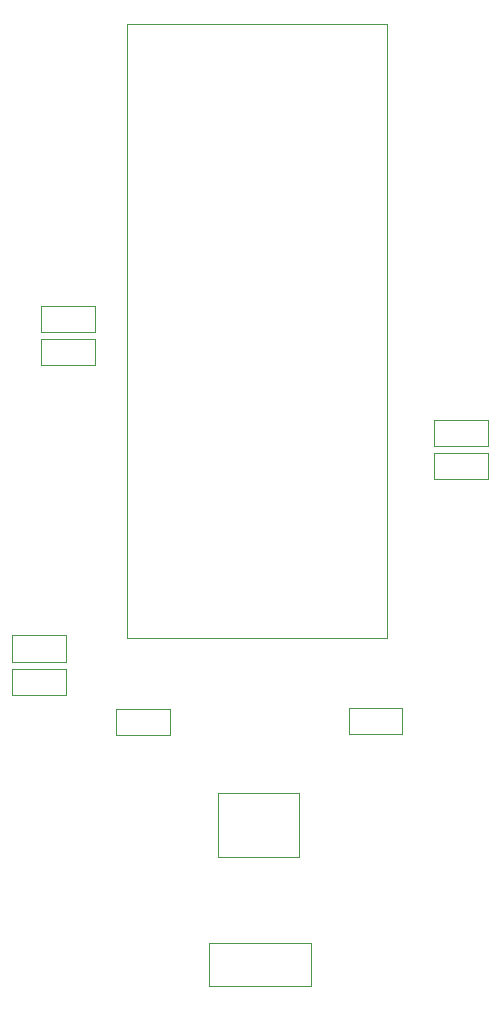
<source format=gbr>
%TF.GenerationSoftware,KiCad,Pcbnew,6.0.4*%
%TF.CreationDate,2022-05-06T01:24:21+02:00*%
%TF.ProjectId,FrisbeeMitBiene02,46726973-6265-4654-9d69-744269656e65,rev?*%
%TF.SameCoordinates,Original*%
%TF.FileFunction,Other,User*%
%FSLAX46Y46*%
G04 Gerber Fmt 4.6, Leading zero omitted, Abs format (unit mm)*
G04 Created by KiCad (PCBNEW 6.0.4) date 2022-05-06 01:24:21*
%MOMM*%
%LPD*%
G01*
G04 APERTURE LIST*
%ADD10C,0.050000*%
%ADD11C,0.120000*%
G04 APERTURE END LIST*
D10*
%TO.C,R1*%
X131679600Y-90853400D02*
X136239600Y-90853400D01*
X136239600Y-93093400D02*
X131679600Y-93093400D01*
X131679600Y-93093400D02*
X131679600Y-90853400D01*
X136239600Y-90853400D02*
X136239600Y-93093400D01*
%TO.C,R2*%
X131679600Y-95862000D02*
X131679600Y-93622000D01*
X136239600Y-95862000D02*
X131679600Y-95862000D01*
X131679600Y-93622000D02*
X136239600Y-93622000D01*
X136239600Y-93622000D02*
X136239600Y-95862000D01*
%TO.C,R3*%
X133801200Y-118717200D02*
X133801200Y-120957200D01*
X129241200Y-118717200D02*
X133801200Y-118717200D01*
X133801200Y-120957200D02*
X129241200Y-120957200D01*
X129241200Y-120957200D02*
X129241200Y-118717200D01*
%TO.C,R6*%
X169487600Y-102745400D02*
X164927600Y-102745400D01*
X164927600Y-100505400D02*
X169487600Y-100505400D01*
X164927600Y-102745400D02*
X164927600Y-100505400D01*
X169487600Y-100505400D02*
X169487600Y-102745400D01*
%TO.C,R5*%
X164953000Y-103299400D02*
X169513000Y-103299400D01*
X169513000Y-105539400D02*
X164953000Y-105539400D01*
X164953000Y-105539400D02*
X164953000Y-103299400D01*
X169513000Y-103299400D02*
X169513000Y-105539400D01*
%TO.C,R4*%
X133801200Y-123802000D02*
X129241200Y-123802000D01*
X129241200Y-121562000D02*
X133801200Y-121562000D01*
X133801200Y-121562000D02*
X133801200Y-123802000D01*
X129241200Y-123802000D02*
X129241200Y-121562000D01*
%TO.C,R7*%
X142615000Y-127205600D02*
X138055000Y-127205600D01*
X142615000Y-124965600D02*
X142615000Y-127205600D01*
X138055000Y-124965600D02*
X142615000Y-124965600D01*
X138055000Y-127205600D02*
X138055000Y-124965600D01*
D11*
%TO.C,U1*%
X161000000Y-67000000D02*
X161000000Y-119000000D01*
X139000000Y-119000000D02*
X139000000Y-67000000D01*
X161000000Y-119000000D02*
X139000000Y-119000000D01*
X139000000Y-67000000D02*
X161000000Y-67000000D01*
D10*
%TO.C,OesenPinHeader1*%
X154525000Y-148400000D02*
X154525000Y-144800000D01*
X145875000Y-148400000D02*
X154525000Y-148400000D01*
X154525000Y-144800000D02*
X145875000Y-144800000D01*
X145875000Y-144800000D02*
X145875000Y-148400000D01*
%TO.C,NeoPixel1*%
X153550000Y-137550000D02*
X153550000Y-132050000D01*
X146650000Y-132050000D02*
X146650000Y-137550000D01*
X146650000Y-137550000D02*
X153550000Y-137550000D01*
X153550000Y-132050000D02*
X146650000Y-132050000D01*
%TO.C,R8*%
X157720000Y-127120000D02*
X157720000Y-124880000D01*
X157720000Y-124880000D02*
X162280000Y-124880000D01*
X162280000Y-124880000D02*
X162280000Y-127120000D01*
X162280000Y-127120000D02*
X157720000Y-127120000D01*
%TD*%
M02*

</source>
